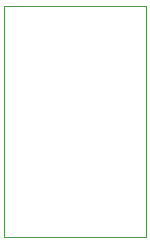
<source format=gm1>
G04 #@! TF.GenerationSoftware,KiCad,Pcbnew,(5.1.6-0-10_14)*
G04 #@! TF.CreationDate,2021-12-16T11:14:58+09:00*
G04 #@! TF.ProjectId,qPCR-5VUPS,71504352-2d35-4565-9550-532e6b696361,rev?*
G04 #@! TF.SameCoordinates,Original*
G04 #@! TF.FileFunction,Profile,NP*
%FSLAX46Y46*%
G04 Gerber Fmt 4.6, Leading zero omitted, Abs format (unit mm)*
G04 Created by KiCad (PCBNEW (5.1.6-0-10_14)) date 2021-12-16 11:14:58*
%MOMM*%
%LPD*%
G01*
G04 APERTURE LIST*
G04 #@! TA.AperFunction,Profile*
%ADD10C,0.100000*%
G04 #@! TD*
G04 APERTURE END LIST*
D10*
X92000000Y-91000000D02*
X92000000Y-71500000D01*
X104000000Y-91000000D02*
X92000000Y-91000000D01*
X104000000Y-71500000D02*
X104000000Y-91000000D01*
X92000000Y-71500000D02*
X104000000Y-71500000D01*
M02*

</source>
